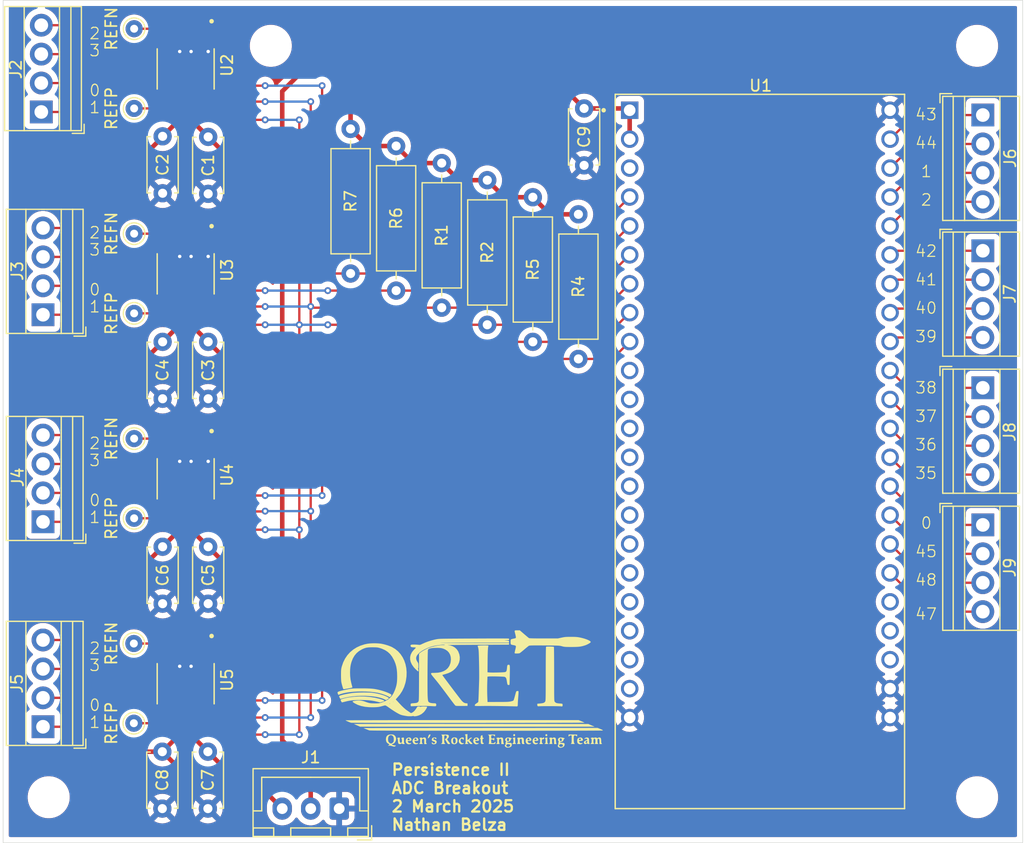
<source format=kicad_pcb>
(kicad_pcb (version 20240108) (generator "pcbnew") (generator_version "8.0")
  (layers (0 "F.Cu" signal) (31 "B.Cu" signal) (34 "B.Paste" user) (35 "F.Paste" user) (36 "B.SilkS" user "B.Silkscreen") (37 "F.SilkS" user "F.Silkscreen") (38 "B.Mask" user) (39 "F.Mask" user) (44 "Edge.Cuts" user))
  (net 0 "")
  (net 1 "+3.3V")
  (net 2 "GND")
  (net 3 "Net-(U1-GPIO6)")
  (net 4 "Net-(U1-GPIO7)")
  (net 5 "Net-(U1-GPIO16)")
  (net 6 "Net-(U1-GPIO15)")
  (net 7 "Net-(U1-GPIO5)")
  (net 8 "Net-(U1-GPIO4)")
  (net 11 "Net-(J6-Pin_1)")
  (net 13 "Net-(J6-Pin_4)")
  (net 14 "Net-(J6-Pin_2)")
  (net 15 "Net-(J6-Pin_3)")
  (net 21 "Net-(J7-Pin_2)")
  (net 22 "Net-(J7-Pin_1)")
  (net 26 "Net-(J7-Pin_3)")
  (net 29 "Net-(J7-Pin_4)")
  (net 31 "Net-(J8-Pin_2)")
  (net 34 "Net-(J8-Pin_1)")
  (net 35 "Net-(J8-Pin_4)")
  (net 36 "Net-(J8-Pin_3)")
  (net 37 "Net-(U4-REFP)")
  (net 38 "Net-(U4-REFN)")
  (net 39 "Net-(U5-REFP)")
  (net 40 "Net-(U5-REFN)")
  (net 41 "Net-(U2-REFP)")
  (net 42 "Net-(U2-REFN)")
  (net 43 "Net-(U3-REFP)")
  (net 44 "Net-(U3-REFN)")
  (net 45 "+5V")
  (net 46 "Net-(J2-Pin_3)")
  (net 47 "Net-(J2-Pin_1)")
  (net 48 "Net-(J2-Pin_2)")
  (net 49 "Net-(J2-Pin_4)")
  (net 50 "Net-(J3-Pin_2)")
  (net 51 "Net-(J3-Pin_1)")
  (net 52 "Net-(J3-Pin_4)")
  (net 53 "Net-(J3-Pin_3)")
  (net 54 "Net-(J4-Pin_3)")
  (net 55 "Net-(J4-Pin_1)")
  (net 56 "Net-(J4-Pin_2)")
  (net 57 "Net-(J4-Pin_4)")
  (net 58 "Net-(J5-Pin_2)")
  (net 59 "Net-(J5-Pin_4)")
  (net 60 "Net-(J5-Pin_1)")
  (net 61 "Net-(J5-Pin_3)")
  (net 62 "Net-(J9-Pin_4)")
  (net 63 "Net-(J9-Pin_2)")
  (net 64 "Net-(J9-Pin_3)")
  (net 65 "Net-(J9-Pin_1)")
  (footprint "ADS112C04IPWR:SOP65P640X120-16N" (layer "F.Cu") (at 116.023897 54.029842 -90)
    (property "Reference" "U2")
    (property "Value" "~" (hide yes))
  )
  (footprint "TestPoint:TestPoint_THTPad_D1.5mm_Drill0.7mm" (layer "F.Cu") (at 111.5 75.5 90)
    (property "Reference" "REFP")
    (property "Value" "TestPoint_Small" (hide yes))
  )
  (footprint "Capacitor_THT:C_Disc_D4.7mm_W2.5mm_P5.00mm" (layer "F.Cu") (at 114 59.95 -90)
    (property "Reference" "C2")
    (property "Value" "0.1μF" (hide yes))
  )
  (footprint "Capacitor_THT:C_Disc_D4.7mm_W2.5mm_P5.00mm" (layer "F.Cu") (at 118 96 -90)
    (property "Reference" "C5")
    (property "Value" "0.1μF" (hide yes))
  )
  (footprint "TerminalBlock:TerminalBlock_Xinya_XY308-2.54-4P_1x04_P2.54mm_Horizontal" (layer "F.Cu") (at 186 82.04 -90)
    (property "Reference" "J8")
    (property "Value" "Screw_Terminal_01x04" (hide yes))
  )
  (footprint "TestPoint:TestPoint_THTPad_D1.5mm_Drill0.7mm" (layer "F.Cu") (at 111.475 104.5 90)
    (property "Reference" "REFN")
    (property "Value" "TestPoint_Small" (hide yes))
  )
  (footprint "Capacitor_THT:C_Disc_D4.7mm_W2.5mm_P5.00mm" (layer "F.Cu") (at 151 62.5 90)
    (property "Reference" "C9")
    (property "Value" "0.1μF" (hide yes))
  )
  (footprint "TestPoint:TestPoint_THTPad_D1.5mm_Drill0.7mm" (layer "F.Cu") (at 111.5 50.5 90)
    (property "Reference" "REFN")
    (property "Value" "TestPoint_Small" (hide yes))
  )
  (footprint "TerminalBlock:TerminalBlock_Xinya_XY308-2.54-4P_1x04_P2.54mm_Horizontal" (layer "F.Cu") (at 103.35 57.81 90)
    (property "Reference" "J2")
    (property "Value" "Screw_Terminal_01x04" (hide yes))
  )
  (footprint "ADS112C04IPWR:SOP65P640X120-16N" (layer "F.Cu") (at 116.023897 72.029842 -90)
    (property "Reference" "U3")
    (property "Value" "~" (hide yes))
  )
  (footprint "TestPoint:TestPoint_THTPad_D1.5mm_Drill0.7mm" (layer "F.Cu") (at 111.5 86.5 90)
    (property "Reference" "REFN")
    (property "Value" "TestPoint_Small" (hide yes))
  )
  (footprint "TestPoint:TestPoint_THTPad_D1.5mm_Drill0.7mm" (layer "F.Cu") (at 111.5 68.5 90)
    (property "Reference" "REFN")
    (property "Value" "TestPoint_Small" (hide yes))
  )
  (footprint "Resistor_THT:R_Axial_DIN0309_L9.0mm_D3.2mm_P12.70mm_Horizontal" (layer "F.Cu") (at 138.5 62.3 -90)
    (property "Reference" "R1")
    (property "Value" "4.7kΩ" (hide yes))
  )
  (footprint "TerminalBlock:TerminalBlock_Xinya_XY308-2.54-4P_1x04_P2.54mm_Horizontal" (layer "F.Cu") (at 103.5 111.81 90)
    (property "Reference" "J5")
    (property "Value" "Screw_Terminal_01x04" (hide yes))
  )
  (footprint "TestPoint:TestPoint_THTPad_D1.5mm_Drill0.7mm" (layer "F.Cu") (at 111.475 111.5 90)
    (property "Reference" "REFP")
    (property "Value" "TestPoint_Small" (hide yes))
  )
  (footprint "Resistor_THT:R_Axial_DIN0309_L9.0mm_D3.2mm_P12.70mm_Horizontal" (layer "F.Cu") (at 130.5 59.3 -90)
    (property "Reference" "R7")
    (property "Value" "4.7kΩ" (hide yes))
  )
  (footprint "TestPoint:TestPoint_THTPad_D1.5mm_Drill0.7mm" (layer "F.Cu") (at 111.5 57.5 90)
    (property "Reference" "REFP")
    (property "Value" "TestPoint_Small" (hide yes))
  )
  (footprint "ESP32-S3-DEVKITC-1-N8R2:XCVR_ESP32-S3-DEVKITC-1-N8R2" (layer "F.Cu") (at 166.43 87.63)
    (property "Reference" "U1")
    (property "Value" "ESP32-S3-DEVKITC-1-N8R2")
  )
  (footprint "Capacitor_THT:C_Disc_D4.7mm_W2.5mm_P5.00mm" (layer "F.Cu") (at 117.975 114 -90)
    (property "Reference" "C7")
    (property "Value" "0.1μF" (hide yes))
  )
  (footprint "Capacitor_THT:C_Disc_D4.7mm_W2.5mm_P5.00mm" (layer "F.Cu") (at 114 78 -90)
    (property "Reference" "C4")
    (property "Value" "0.1μF" (hide yes))
  )
  (footprint "TerminalBlock:TerminalBlock_Xinya_XY308-2.54-4P_1x04_P2.54mm_Horizontal" (layer "F.Cu") (at 186 70 -90)
    (property "Reference" "J7")
    (property "Value" "Screw_Terminal_01x04" (hide yes))
  )
  (footprint "TerminalBlock:TerminalBlock_Xinya_XY308-2.54-4P_1x04_P2.54mm_Horizontal" (layer "F.Cu") (at 103.5 75.62 90)
    (property "Reference" "J3")
    (property "Value" "Screw_Terminal_01x04" (hide yes))
  )
  (footprint "MountingHole:MountingHole_3.2mm_M3_DIN965" (layer "F.Cu") (at 185.5 52)
    (property "Reference" "H1" (hide yes))
    (property "Value" "MountingHole" (hide yes))
  )
  (footprint "Capacitor_THT:C_Disc_D4.7mm_W2.5mm_P5.00mm" (layer "F.Cu") (at 114 96 -90)
    (property "Reference" "C6")
    (property "Value" "0.1μF" (hide yes))
  )
  (footprint "Resistor_THT:R_Axial_DIN0309_L9.0mm_D3.2mm_P12.70mm_Horizontal" (layer "F.Cu") (at 150.5 66.8 -90)
    (property "Reference" "R4")
    (property "Value" "4.7kΩ" (hide yes))
  )
  (footprint "Resistor_THT:R_Axial_DIN0309_L9.0mm_D3.2mm_P12.70mm_Horizontal" (layer "F.Cu") (at 142.5 63.8 -90)
    (property "Reference" "R2")
    (property "Value" "4.7kΩ" (hide yes))
  )
  (footprint "MountingHole:MountingHole_3.2mm_M3_DIN965" (layer "F.Cu") (at 123.5 52)
    (property "Reference" "H1" (hide yes))
    (property "Value" "MountingHole" (hide yes))
  )
  (footprint "TestPoint:TestPoint_THTPad_D1.5mm_Drill0.7mm" (layer "F.Cu") (at 111.5 93.5 90)
    (property "Reference" "REFP")
    (property "Value" "TestPoint_Small" (hide yes))
  )
  (footprint "Resistor_THT:R_Axial_DIN0309_L9.0mm_D3.2mm_P12.70mm_Horizontal" (layer "F.Cu") (at 134.5 60.8 -90)
    (property "Reference" "R6")
    (property "Value" "4.7kΩ" (hide yes))
  )
  (footprint "Capacitor_THT:C_Disc_D4.7mm_W2.5mm_P5.00mm" (layer "F.Cu") (at 113.975 114 -90)
    (property "Reference" "C8")
    (property "Value" "0.1μF" (hide yes))
  )
  (footprint "ADS112C04IPWR:SOP65P640X120-16N" (layer "F.Cu") (at 116.023897 90.029842 -90)
    (property "Reference" "U4")
    (property "Value" "~" (hide yes))
  )
  (footprint "TerminalBlock:TerminalBlock_Xinya_XY308-2.54-4P_1x04_P2.54mm_Horizontal" (layer "F.Cu") (at 103.5 93.81 90)
    (property "Reference" "J4")
    (property "Value" "Screw_Terminal_01x04" (hide yes))
  )
  (footprint "MountingHole:MountingHole_3.2mm_M3_DIN965" (layer "F.Cu") (at 104 118)
    (property "Reference" "H1" (hide yes))
    (property "Value" "MountingHole" (hide yes))
  )
  (footprint "Capacitor_THT:C_Disc_D4.7mm_W2.5mm_P5.00mm" (layer "F.Cu") (at 118 78 -90)
    (property "Reference" "C3")
    (property "Value" "0.1μF" (hide yes))
  )
  (footprint "Capacitor_THT:C_Disc_D4.7mm_W2.5mm_P5.00mm" (layer "F.Cu") (at 118 60 -90)
    (property "Reference" "C1")
    (property "Value" "0.1μF" (hide yes))
  )
  (footprint "Resistor_THT:R_Axial_DIN0309_L9.0mm_D3.2mm_P12.70mm_Horizontal" (layer "F.Cu") (at 146.5 65.3 -90)
    (property "Reference" "R5")
    (property "Value" "4.7kΩ" (hide yes))
  )
  (footprint "TerminalBlock:TerminalBlock_Xinya_XY308-2.54-4P_1x04_P2.54mm_Horizontal" (layer "F.Cu") (at 186 58.08 -90)
    (property "Reference" "J6")
    (property "Value" "Screw_Terminal_01x04" (hide yes))
  )
  (footprint "TerminalBlock:TerminalBlock_Xinya_XY308-2.54-4P_1x04_P2.54mm_Horizontal" (layer "F.Cu") (at 186 94.08 -90)
    (property "Reference" "J9")
    (property "Value" "Screw_Terminal_01x04" (hide yes))
  )
  (footprint "ADS112C04IPWR:SOP65P640X120-16N" (layer "F.Cu") (at 116.023897 108.029842 -90)
    (property "Reference" "U5")
    (property "Value" "~" (hide yes))
  )
  (footprint "Connector_JST:JST_XH_B3B-XH-A_1x03_P2.50mm_Vertical" (layer "F.Cu") (at 129.5 119 180)
    (property "Reference" "J1")
    (property "Value" "Screw_Terminal_01x03" (hide yes))
  )
  (footprint "LOGO" (layer "F.Cu") (at 140.170526 109.112293)
    (property "Reference" "G***" (hide yes))
    (property "Value" "LOGO" (hide yes))
  )
  (footprint "MountingHole:MountingHole_3.2mm_M3_DIN965" (layer "F.Cu") (at 185.5 118)
    (property "Reference" "H1" (hide yes))
    (property "Value" "MountingHole" (hide yes))
  )
  (gr_rect (start 100 48) (end 189.5 122) (stroke (width 0.05)) (fill none) (layer "Edge.Cuts"))
  (gr_text "3" (at 107.5 70.5 0) (layer "F.SilkS") (effects (font (size 1 1) (thickness 0.1)) (justify left bottom)))
  (gr_text "0" (at 107.5 74 0) (layer "F.SilkS") (effects (font (size 1 1) (thickness 0.1)) (justify left bottom)))
  (gr_text "36" (at 180 87.62 0) (layer "F.SilkS") (effects (font (size 1 1) (thickness 0.1)) (justify left bottom)))
  (gr_text "2" (at 107.5 87.5 0) (layer "F.SilkS") (effects (font (size 1 1) (thickness 0.1)) (justify left bottom)))
  (gr_text "2" (at 107.5 69 0) (layer "F.SilkS") (effects (font (size 1 1) (thickness 0.1)) (justify left bottom)))
  (gr_text "2" (at 107.5 51.5 0) (layer "F.SilkS") (effects (font (size 1 1) (thickness 0.1)) (justify left bottom)))
  (gr_text "3" (at 107.5 53 0) (layer "F.SilkS") (effects (font (size 1 1) (thickness 0.1)) (justify left bottom)))
  (gr_text "1" (at 107.5 58 0) (layer "F.SilkS") (effects (font (size 1 1) (thickness 0.1)) (justify left bottom)))
  (gr_text "1" (at 107.5 94 0) (layer "F.SilkS") (effects (font (size 1 1) (thickness 0.1)) (justify left bottom)))
  (gr_text "3" (at 107.5 107 0) (layer "F.SilkS") (effects (font (size 1 1) (thickness 0.1)) (justify left bottom)))
  (gr_text "42" (at 180 70.62 0) (layer "F.SilkS") (effects (font (size 1 1) (thickness 0.1)) (justify left bottom)))
  (gr_text "0" (at 180.5 94.5 0) (layer "F.SilkS") (effects (font (size 1 1) (thickness 0.1)) (justify left bottom)))
  (gr_text "37" (at 180 85.12 0) (layer "F.SilkS") (effects (font (size 1 1) (thickness 0.1)) (justify left bottom)))
  (gr_text "40" (at 180 75.62 0) (layer "F.SilkS") (effects (font (size 1 1) (thickness 0.1)) (justify left bottom)))
  (gr_text "1" (at 107.5 75.5 0) (layer "F.SilkS") (effects (font (size 1 1) (thickness 0.1)) (justify left bottom)))
  (gr_text "0" (at 107.5 110.5 0) (layer "F.SilkS") (effects (font (size 1 1) (thickness 0.1)) (justify left bottom)))
  (gr_text "Persistence II\nADC Breakout\n2 March 2025\nNathan Belza" (at 134 121 0) (layer "F.SilkS") (effects (font (size 1 1) (thickness 0.2) (bold yes)) (justify left bottom)))
  (gr_text "45" (at 180 97 0) (layer "F.SilkS") (effects (font (size 1 1) (thickness 0.1)) (justify left bottom)))
  (gr_text "44" (at 180 61.12 0) (layer "F.SilkS") (effects (font (size 1 1) (thickness 0.1)) (justify left bottom)))
  (gr_text "39" (at 180 78.12 0) (layer "F.SilkS") (effects (font (size 1 1) (thickness 0.1)) (justify left bottom)))
  (gr_text "47" (at 180 102.5 0) (layer "F.SilkS") (effects (font (size 1 1) (thickness 0.1)) (justify left bottom)))
  (gr_text "35" (at 180 90.12 0) (layer "F.SilkS") (effects (font (size 1 1) (thickness 0.1)) (justify left bottom)))
  (gr_text "48" (at 180 99.5 0) (layer "F.SilkS") (effects (font (size 1 1) (thickness 0.1)) (justify left bottom)))
  (gr_text "1" (at 107.5 112 0) (layer "F.SilkS") (effects (font (size 1 1) (thickness 0.1)) (justify left bottom)))
  (gr_text "43" (at 180 58.62 0) (layer "F.SilkS") (effects (font (size 1 1) (thickness 0.1)) (justify left bottom)))
  (gr_text "2" (at 107.5 105.5 0) (layer "F.SilkS") (effects (font (size 1 1) (thickness 0.1)) (justify left bottom)))
  (gr_text "41" (at 180 73.12 0) (layer "F.SilkS") (effects (font (size 1 1) (thickness 0.1)) (justify left bottom)))
  (gr_text "0" (at 107.5 56.5 0) (layer "F.SilkS") (effects (font (size 1 1) (thickness 0.1)) (justify left bottom)))
  (gr_text "1" (at 180.5 63.62 0) (layer "F.SilkS") (effects (font (size 1 1) (thickness 0.1)) (justify left bottom)))
  (gr_text "38" (at 180 82.62 0) (layer "F.SilkS") (effects (font (size 1 1) (thickness 0.1)) (justify left bottom)))
  (gr_text "3" (at 107.5 89 0) (layer "F.SilkS") (effects (font (size 1 1) (thickness 0.1)) (justify left bottom)))
  (gr_text "2" (at 180.5 66.12 0) (layer "F.SilkS") (effects (font (size 1 1) (thickness 0.1)) (justify left bottom)))
  (gr_text "0" (at 107.5 92.5 0) (layer "F.SilkS") (effects (font (size 1 1) (thickness 0.1)) (justify left bottom)))
  (segment (start 117.1 88.1) (end 117.1 88.9) (width 0.2) (layer "F.Cu") (net 1))
  (segment (start 116.325 107.675) (end 116.325 110.87) (width 0.2) (layer "F.Cu") (net 1))
  (segment (start 122.5 97) (end 119 97) (width 0.4) (layer "F.Cu") (net 1))
  (segment (start 127 115.5) (end 127 117.5) (width 0.4) (layer "F.Cu") (net 1))
  (segment (start 116.998897 87.159842) (end 116.998897 87.998897) (width 0.2) (layer "F.Cu") (net 1))
  (segment (start 116.348897 76.348897) (end 118 78) (width 0.4) (layer "F.Cu") (net 1))
  (segment (start 122.5 61) (end 124.5 63) (width 0.4) (layer "F.Cu") (net 1))
  (segment (start 147.5 54) (end 151 57.5) (width 0.4) (layer "F.Cu") (net 1))
  (segment (start 154.84 57.5) (end 155 57.66) (width 0.2) (layer "F.Cu") (net 1))
  (segment (start 124.5 81) (end 122.5 79) (width 0.4) (layer "F.Cu") (net 1))
  (segment (start 126.5 54) (end 128.5 54) (width 0.4) (layer "F.Cu") (net 1))
  (segment (start 118.975 115) (end 124.5 115) (width 0.4) (layer "F.Cu") (net 1))
  (segment (start 150.5 66.8) (end 148 66.8) (width 0.4) (layer "F.Cu") (net 1))
  (segment (start 116.325 112.35) (end 117.975 114) (width 0.4) (layer "F.Cu") (net 1))
  (segment (start 130.5 56) (end 128.5 54) (width 0.4) (layer "F.Cu") (net 1))
  (segment (start 155 57.66) (end 155 60.2) (width 0.4) (layer "F.Cu") (net 1))
  (segment (start 117.1 88.9) (end 116.348897 89.651103) (width 0.2) (layer "F.Cu") (net 1))
  (segment (start 130.5 59.3) (end 130.5 56) (width 0.4) (layer "F.Cu") (net 1))
  (segment (start 140 63.8) (end 138.5 62.3) (width 0.4) (layer "F.Cu") (net 1))
  (segment (start 116.348897 58.348897) (end 118 60) (width 0.4) (layer "F.Cu") (net 1))
  (segment (start 124.5 81) (end 124.5 63) (width 0.4) (layer "F.Cu") (net 1))
  (segment (start 124.5 97) (end 124.5 95) (width 0.4) (layer "F.Cu") (net 1))
  (segment (start 138.5 62.3) (end 136 62.3) (width 0.4) (layer "F.Cu") (net 1))
  (segment (start 132 60.8) (end 130.5 59.3) (width 0.4) (layer "F.Cu") (net 1))
  (segment (start 128.5 54) (end 147.5 54) (width 0.4) (layer "F.Cu") (net 1))
  (segment (start 116.975 105.13) (end 116.975 105.975) (width 0.2) (layer "F.Cu") (net 1))
  (segment (start 118.298897 69.159842) (end 118.6 69.460945) (width 0.2) (layer "F.Cu") (net 1))
  (segment (start 126.5 54) (end 124.5 56) (width 0.4) (layer "F.Cu") (net 1))
  (segment (start 118.275 105.13) (end 117.625 105.13) (width 0.2) (layer "F.Cu") (net 1))
  (segment (start 124.5 99) (end 124.5 113) (width 0.4) (layer "F.Cu") (net 1))
  (segment (start 119 97) (end 118 96) (width 0.4) (layer "F.Cu") (net 1))
  (segment (start 116.348897 89.651103) (end 116.348897 92.899842) (width 0.2) (layer "F.Cu") (net 1))
  (segment (start 116.348897 94.348897) (end 118 96) (width 0.4) (layer "F.Cu") (net 1))
  (segment (start 146.5 65.3) (end 144 65.3) (width 0.4) (layer "F.Cu") (net 1))
  (segment (start 142.5 63.8) (end 140 63.8) (width 0.4) (layer "F.Cu") (net 1))
  (segment (start 116.348897 74.899842) (end 116.348897 76.348897) (width 0.4) (layer "F.Cu") (net 1))
  (segment (start 119 79) (end 118 78) (width 0.4) (layer "F.Cu") (net 1))
  (segment (start 148 66.8) (end 146.5 65.3) (width 0.4) (layer "F.Cu") (net 1))
  (segment (start 124.5 63) (end 124.5 56) (width 0.4) (layer "F.Cu") (net 1))
  (segment (start 124.5 99) (end 122.5 97) (width 0.4) (layer "F.Cu") (net 1))
  (segment (start 116.348897 56.899842) (end 116.348897 58.348897) (width 0.4) (layer "F.Cu") (net 1))
  (segment (start 116.348897 71.651103) (end 116.348897 73) (width 0.2) (layer "F.Cu") (net 1))
  (segment (start 122.5 79) (end 119 79) (width 0.4) (layer "F.Cu") (net 1))
  (segment (start 151.16 57.66) (end 151 57.5) (width 0.2) (layer "F.Cu") (net 1))
  (segment (start 116.998897 51.998897) (end 117 52) (width 0.2) (layer "F.Cu") (net 1))
  (segment (start 118.6 69.460945) (end 118.6 70.748897) (width 0.2) (layer "F.Cu") (net 1))
  (segment (start 124.5 113) (end 127 115.5) (width 0.4) (layer "F.Cu") (net 1))
  (segment (start 144 65.3) (end 142.5 63.8) (width 0.4) (layer "F.Cu") (net 1))
  (segment (start 117.1 106.1) (end 117.1 106.9) (width 0.2) (layer "F.Cu") (net 1))
  (segment (start 116.998897 51.159842) (end 116.998897 51.998897) (width 0.2) (layer "F.Cu") (net 1))
  (segment (start 116.348897 53.651103) (end 116.348897 56.899842) (width 0.2) (layer "F.Cu") (net 1))
  (segment (start 117.1 52.9) (end 116.348897 53.651103) (width 0.2) (layer "F.Cu") (net 1))
  (segment (start 136 62.3) (end 134.5 60.8) (width 0.4) (layer "F.Cu") (net 1))
  (segment (start 116.325 110.87) (end 116.325 112.35) (width 0.4) (layer "F.Cu") (net 1))
  (segment (start 118 60) (end 119 61) (width 0.4) (layer "F.Cu") (net 1))
  (segment (start 124.5 115) (end 127 117.5) (width 0.4) (layer "F.Cu") (net 1))
  (segment (start 116.998897 51.998897) (end 117.1 52.1) (width 0.2) (layer "F.Cu") (net 1))
  (segment (start 151 57.5) (end 154.84 57.5) (width 0.4) (layer "F.Cu") (net 1))
  (segment (start 117.1 70.9) (end 116.348897 71.651103) (width 0.2) (layer "F.Cu") (net 1))
  (segment (start 117.1 52.1) (end 117.1 52.9) (width 0.2) (layer "F.Cu") (net 1))
  (segment (start 116.348897 73) (end 116.348897 74.899842) (width 0.2) (layer "F.Cu") (net 1))
  (segment (start 117.1 106.9) (end 116.325 107.675) (width 0.2) (layer "F.Cu") (net 1))
  (segment (start 116.998897 69.998897) (end 117.1 70.1) (width 0.2) (layer "F.Cu") (net 1))
  (segment (start 117.975 114) (end 118.975 115) (width 0.4) (layer "F.Cu") (net 1))
  (segment (start 127 117.5) (end 127 119) (width 0.4) (layer "F.Cu") (net 1))
  (segment (start 118.170001 113.5) (end 118.475 113.5) (width 0.2) (layer "F.Cu") (net 1))
  (segment (start 116.348897 92.899842) (end 116.348897 94.348897) (width 0.4) (layer "F.Cu") (net 1))
  (segment (start 116.975 105.975) (end 117.1 106.1) (width 0.2) (layer "F.Cu") (net 1))
  (segment (start 124.5 95) (end 124.5 81) (width 0.4) (layer "F.Cu") (net 1))
  (segment (start 119 61) (end 122.5 61) (width 0.4) (layer "F.Cu") (net 1))
  (segment (start 124.5 99) (end 124.5 97) (width 0.4) (layer "F.Cu") (net 1))
  (segment (start 118.6 70.748897) (end 116.348897 73) (width 0.2) (layer "F.Cu") (net 1))
  (segment (start 116.998897 69.159842) (end 116.998897 69.998897) (width 0.2) (layer "F.Cu") (net 1))
  (segment (start 117.1 70.1) (end 117.1 70.9) (width 0.2) (layer "F.Cu") (net 1))
  (segment (start 116.998897 87.998897) (end 117.1 88.1) (width 0.2) (layer "F.Cu") (net 1))
  (segment (start 116.998897 87.159842) (end 117.648897 87.159842) (width 0.2) (layer "F.Cu") (net 1))
  (segment (start 117.625 105.13) (end 116.975 105.13) (width 0.2) (layer "F.Cu") (net 1))
  (segment (start 134.5 60.8) (end 132 60.8) (width 0.4) (layer "F.Cu") (net 1))
  (segment (start 118.298897 51.159842) (end 118.298897 52.201103) (width 0.2) (layer "F.Cu") (net 2))
  (segment (start 118.298897 52.201103) (end 118 52.5) (width 0.2) (layer "F.Cu") (net 2))
  (segment (start 115.698897 51.159842) (end 115.698897 52.301103) (width 0.2) (layer "F.Cu") (net 2))
  (segment (start 116.348897 70.348897) (end 116.5 70.5) (width 0.2) (layer "F.Cu") (net 2))
  (segment (start 117.648897 69.159842) (end 117.648897 70.148897) (width 0.2) (layer "F.Cu") (net 2))
  (segment (start 116.325 105.13) (end 116.325 106.325) (width 0.2) (layer "F.Cu") (net 2))
  (segment (start 115.675 106.325) (end 115.5 106.5) (width 0.2) (layer "F.Cu") (net 2))
  (segment (start 115.698897 52.301103) (end 115.5 52.5) (width 0.2) (layer "F.Cu") (net 2))
  (segment (start 116.348897 51.159842) (end 116.348897 52.348897) (width 0.2) (layer "F.Cu") (net 2))
  (segment (start 116.348897 69.159842) (end 116.348897 70.348897) (width 0.2) (layer "F.Cu") (net 2))
  (segment (start 116.348897 88.348897) (end 116.5 88.5) (width 0.2) (layer "F.Cu") (net 2))
  (segment (start 117.648897 70.148897) (end 118 70.5) (width 0.2) (layer "F.Cu") (net 2))
  (segment (start 118.298897 88.201103) (end 118.298897 87.159842) (width 0.2) (layer "F.Cu") (net 2))
  (segment (start 116.348897 52.348897) (end 116.5 52.5) (width 0.2) (layer "F.Cu") (net 2))
  (segment (start 115.698897 88.301103) (end 115.5 88.5) (width 0.2) (layer "F.Cu") (net 2))
  (segment (start 115.698897 87.159842) (end 115.698897 88.301103) (width 0.2) (layer "F.Cu") (net 2))
  (segment (start 115.698897 69.159842) (end 115.698897 70.301103) (width 0.2) (layer "F.Cu") (net 2))
  (segment (start 115.698897 70.301103) (end 115.5 70.5) (width 0.2) (layer "F.Cu") (net 2))
  (segment (start 116.348897 87.159842) (end 116.348897 88.348897) (width 0.2) (layer "F.Cu") (net 2))
  (segment (start 115.675 105.13) (end 115.675 106.325) (width 0.2) (layer "F.Cu") (net 2))
  (segment (start 118 88.5) (end 118.298897 88.201103) (width 0.2) (layer "F.Cu") (net 2))
  (segment (start 116.325 106.325) (end 116.5 106.5) (width 0.2) (layer "F.Cu") (net 2))
  (segment (start 117.648897 51.159842) (end 118.298897 51.159842) (width 0.2) (layer "F.Cu") (net 2))
  (via (at 115.5 106.5) (size 0.6) (drill 0.3) (layers "F.Cu" "B.Cu") (net 2))
  (via (at 118 88.5) (size 0.6) (drill 0.3) (layers "F.Cu" "B.Cu") (net 2))
  (via (at 118 70.5) (size 0.6) (drill 0.3) (layers "F.Cu" "B.Cu") (net 2))
  (via (at 116.5 70.5) (size 0.6) (drill 0.3) (layers "F.Cu" "B.Cu") (net 2))
  (via (at 116.5 52.5) (size 0.6) (drill 0.3) (layers "F.Cu" "B.Cu") (net 2))
  (via (at 115.5 88.5) (size 0.6) (drill 0.3) (layers "F.Cu" "B.Cu") (net 2))
  (via (at 116.5 88.5) (size 0.6) (drill 0.3) (layers "F.Cu" "B.Cu") (net 2))
  (via (at 115.5 70.5) (size 0.6) (drill 0.3) (layers "F.Cu" "B.Cu") (net 2))
  (via (at 115.5 52.5) (size 0.6) (drill 0.3) (layers "F.Cu" "B.Cu") (net 2))
  (via (at 118 52.5) (size 0.6) (drill 0.3) (layers "F.Cu" "B.Cu") (net 2))
  (via (at 116.5 106.5) (size 0.6) (drill 0.3) (layers "F.Cu" "B.Cu") (net 2))
  (segment (start 138.5 75) (end 127.100158 75) (width 0.2) (layer "F.Cu") (net 3))
  (segment (start 123 74.899842) (end 118.298897 74.899842) (width 0.2) (layer "F.Cu") (net 3))
  (segment (start 118.298897 110.899842) (end 118.399842 110.899842) (width 0.2) (layer "F.Cu") (net 3))
  (segment (start 127 75.5) (end 127 74.899842) (width 0.2) (layer "F.Cu") (net 3))
  (segment (start 127 92.87) (end 127 75.5) (width 0.2) (layer "F.Cu") (net 3))
  (segment (start 127 111) (end 127 92.87) (width 0.2) (layer "F.Cu") (net 3))
  (segment (start 127 74.899842) (end 127 56.899842) (width 0.2) (layer "F.Cu") (net 3))
  (segment (start 150.36 75) (end 155 70.36) (width 0.2) (layer "F.Cu") (net 3))
  (segment (start 118.5 111) (end 123 111) (width 0.2) (layer "F.Cu") (net 3))
  (segment (start 118.399842 110.899842) (end 118.5 111) (width 0.2) (layer "F.Cu") (net 3))
  (segment (start 127.100158 75) (end 127 74.899842) (width 0.2) (layer "F.Cu") (net 3))
  (segment (start 122.970158 92.899842) (end 118.298897 92.899842) (width 0.2) (layer "F.Cu") (net 3))
  (segment (start 123 56.899842) (end 118.298897 56.899842) (width 0.2) (layer "F.Cu") (net 3))
  (segment (start 138.5 75) (end 150.36 75) (width 0.2) (layer "F.Cu") (net 3))
  (segment (start 123 92.87) (end 122.970158 92.899842) (width 0.2) (layer "F.Cu") (net 3))
  (via (at 127 56.899842) (size 0.6) (drill 0.3) (layers "F.Cu" "B.Cu") (net 3))
  (via (at 123 92.87) (size 0.6) (drill 0.3) (layers "F.Cu" "B.Cu") (net 3))
  (via (at 127 111) (size 0.6) (drill 0.3) (layers "F.Cu" "B.Cu") (net 3))
  (via (at 127 74.899842) (size 0.6) (drill 0.3) (layers "F.Cu" "B.Cu") (net 3))
  (via (at 123 74.899842) (size 0.6) (drill 0.3) (layers "F.Cu" "B.Cu") (net 3))
  (via (at 123 56.899842) (size 0.6) (drill 0.3) (layers "F.Cu" "B.Cu") (net 3))
  (via (at 123 111) (size 0.6) (drill 0.3) (layers "F.Cu" "B.Cu") (net 3))
  (via (at 127 92.87) (size 0.6) (drill 0.3) (layers "F.Cu" "B.Cu") (net 3))
  (segment (start 123 111) (end 127 111) (width 0.2) (layer "B.Cu") (net 3))
  (segment (start 123 74.899842) (end 127 74.899842) (width 0.2) (layer "B.Cu") (net 3))
  (segment (start 123 56.899842) (end 127 56.899842) (width 0.2) (layer "B.Cu") (net 3))
  (segment (start 123 92.87) (end 123.13 93) (width 0.2) (layer "B.Cu") (net 3))
  (segment (start 123 92.87) (end 127 92.87) (width 0.2) (layer "B.Cu") (net 3))
  (segment (start 126 94.5) (end 126 76.5) (width 0.2) (layer "F.Cu") (net 4))
  (segment (start 117.648897 93.684841) (end 117.648897 92.899842) (width 0.2) (layer "F.Cu") (net 4))
  (segment (start 142.5 76.5) (end 151.4 76.5) (width 0.2) (layer "F.Cu") (net 4))
  (segment (start 123 76.5) (end 118.464056 76.5) (width 0.2) (layer "F.Cu") (net 4))
  (segment (start 142.5 76.5) (end 128.5 76.5) (width 0.2) (layer "F.Cu") (net 4))
  (segment (start 126 76.5) (end 126 58.5) (width 0.2) (layer "F.Cu") (net 4))
  (segment (start 118.464056 112.5) (end 117.648897 111.684841) (width 0.2) (layer "F.Cu") (net 4))
  (segment (start 117.648897 75.684841) (end 117.648897 74.899842) (width 0.2) (layer "F.Cu") (net 4))
  (segment (start 123 58.5) (end 118.464056 58.5) (width 0.2) (layer "F.Cu") (net 4))
  (segment (start 117.648897 57.684841) (end 117.648897 56.899842) (width 0.2) (layer "F.Cu") (net 4))
  (segment (start 126 112.5) (end 126 94.5) (width 0.2) (layer "F.Cu") (net 4))
  (segment (start 117.648897 111.684841) (end 117.648897 110.899842) (width 0.2) (layer "F.Cu") (net 4))
  (segment (start 118.464056 58.5) (end 117.648897 57.684841) (width 0.2) (layer "F.Cu") (net 4))
  (segment (start 123 94.5) (end 118.464056 94.5) (width 0.2) (layer "F.Cu") (net 4))
  (segment (start 151.4 76.5) (end 155 72.9) (width 0.2) (layer "F.Cu") (net 4))
  (segment (start 118.464056 76.5) (end 117.648897 75.684841) (width 0.2) (layer "F.Cu") (net 4))
  (segment (start 123 112.5) (end 118.464056 112.5) (width 0.2) (layer "F.Cu") (net 4))
  (segment (start 118.464056 94.5) (end 117.648897 93.684841) (width 0.2) (layer "F.Cu") (net 4))
  (via (at 123 112.5) (size 0.6) (drill 0.3) (layers "F.Cu" "B.Cu") (net 4))
  (via (at 126 112.5) (size 0.6) (drill 0.3) (layers "F.Cu" "B.Cu") (net 4))
  (via (at 126 76.5) (size 0.6) (drill 0.3) (layers "F.Cu" "B.Cu") (net 4))
  (via (at 123 94.5) (size 0.6) (drill 0.3) (layers "F.Cu" "B.Cu") (net 4))
  (via (at 126 58.5) (size 0.6) (drill 0.3) (layers "F.Cu" "B.Cu") (net 4))
  (via (at 126 94.5) (size 0.6) (drill 0.3) (layers "F.Cu" "B.Cu") (net 4))
  (via (at 123 76.5) (size 0.6) (drill 0.3) (layers "F.Cu" "B.Cu") (net 4))
  (via (at 128.5 76.5) (size 0.6) (drill 0.3) (layers "F.Cu" "B.Cu") (net 4))
  (via (at 123 58.5) (size 0.6) (drill 0.3) (layers "F.Cu" "B.Cu") (net 4))
  (segment (start 123 58.5) (end 126 58.5) (width 0.2) (layer "B.Cu") (net 4))
  (segment (start 125.5 76.5) (end 128.5 76.5) (width 0.2) (layer "B.Cu") (net 4))
  (segment (start 123 76.5) (end 126 76.5) (width 0.2) (layer "B.Cu") (net 4))
  (segment (start 123 112.5) (end 126 112.5) (width 0.2) (layer "B.Cu") (net 4))
  (segment (start 123 94.5) (end 126 94.5) (width 0.2) (layer "B.Cu") (net 4))
  (segment (start 150.5 79.5) (end 153.48 79.5) (width 0.2) (layer "F.Cu") (net 5))
  (segment (start 129 80.5) (end 130 79.5) (width 0.2) (layer "F.Cu") (net 5))
  (segment (start 128 109.5) (end 128 93.5) (width 0.2) (layer "F.Cu") (net 5))
  (segment (start 130 79.5) (end 150.5 79.5) (width 0.2) (layer "F.Cu") (net 5))
  (segment (start 128 93.5) (end 129 92.5) (width 0.2) (layer "F.Cu") (net 5))
  (segment (start 116.998897 110.001103) (end 116.998897 110.899842) (width 0.2) (layer "F.Cu") (net 5))
  (segment (start 117.5 109.5) (end 116.998897 110.001103) (width 0.2) (layer "F.Cu") (net 5))
  (segment (start 153.48 79.5) (end 155 77.98) (width 0.2) (layer "F.Cu") (net 5))
  (segment (start 129 92.5) (end 129 80.5) (width 0.2) (layer "F.Cu") (net 5))
  (segment (start 123 109.5) (end 117.5 109.5) (width 0.2) (layer "F.Cu") (net 5))
  (via (at 128 109.5) (size 0.6) (drill 0.3) (layers "F.Cu" "B.Cu") (net 5))
  (via (at 123 109.5) (size 0.6) (drill 0.3) (layers "F.Cu" "B.Cu") (net 5))
  (segment (start 123 109.5) (end 128 109.5) (width 0.2) (layer "B.Cu") (net 5))
  (segment (start 116.998897 92.061104) (end 116.998897 92.899842) (width 0.2) (layer "F.Cu") (net 6))
  (segment (start 123 91.5) (end 117.560001 91.5) (width 0.2) (layer "F.Cu") (net 6))
  (segment (start 117.560001 91.5) (end 116.998897 92.061104) (width 0.2) (layer "F.Cu") (net 6))
  (segment (start 146.5 78) (end 152.44 78) (width 0.2) (layer "F.Cu") (net 6))
  (segment (start 152.44 78) (end 155 75.44) (width 0.2) (layer "F.Cu") (net 6))
  (segment (start 128 80) (end 130 78) (width 0.2) (layer "F.Cu") (net 6))
  (segment (start 128 91.5) (end 128 80) (width 0.2) (layer "F.Cu") (net 6))
  (segment (start 130 78) (end 146.5 78) (width 0.2) (layer "F.Cu") (net 6))
  (via (at 128 91.5) (size 0.6) (drill 0.3) (layers "F.Cu" "B.Cu") (net 6))
  (via (at 123 91.5) (size 0.6) (drill 0.3) (layers "F.Cu" "B.Cu") (net 6))
  (segment (start 123 91.5) (end 128 91.5) (width 0.2) (layer "B.Cu") (net 6))
  (segment (start 128.5 73.5) (end 134.5 73.5) (width 0.2) (layer "F.Cu") (net 7))
  (segment (start 117.61374 73.5) (end 116.998897 74.114843) (width 0.2) (layer "F.Cu") (net 7))
  (segment (start 134.5 73.5) (end 149.32 73.5) (width 0.2) (layer "F.Cu") (net 7))
  (segment (start 149.32 73.5) (end 155 67.82) (width 0.2) (layer "F.Cu") (net 7))
  (segment (start 116.998897 74.114843) (end 116.998897 74.899842) (width 0.2) (layer "F.Cu") (net 7))
  (segment (start 123 73.5) (end 117.61374 73.5) (width 0.2) (layer "F.Cu") (net 7))
  (via (at 123 73.5) (size 0.6) (drill 0.3) (layers "F.Cu" "B.Cu") (net 7))
  (via (at 128.5 73.5) (size 0.6) (drill 0.3) (layers "F.Cu" "B.Cu") (net 7))
  (segment (start 123 73.5) (end 128.5 73.5) (width 0.2) (layer "B.Cu") (net 7))
  (segment (start 129 72) (end 130.5 72) (width 0.2) (layer "F.Cu") (net 8))
  (segment (start 128 55.5) (end 128 71) (width 0.2) (layer "F.Cu") (net 8))
  (segment (start 116.998897 56.114843) (end 117.61374 55.5) (width 0.2) (layer "F.Cu") (net 8))
  (segment (start 130.5 72) (end 148.28 72) (width 0.2) (layer "F.Cu") (net 8))
  (segment (start 129 72) (end 128 71) (width 0.2) (layer "F.Cu") (net 8))
  (segment (start 117.61374 55.5) (end 123 55.5) (width 0.2) (layer "F.Cu") (net 8))
  (segment (start 148.28 72) (end 155 65.28) (width 0.2) (layer "F.Cu") (net 8))
  (segment (start 116.998897 56.899842) (end 116.998897 56.114843) (width 0.2) (layer "F.Cu") (net 8))
  (via (at 123 55.5) (size 0.6) (drill 0.3) (layers "F.Cu" "B.Cu") (net 8))
  (via (at 128 55.5) (size 0.6) (drill 0.3) (layers "F.Cu" "B.Cu") (net 8))
  (segment (start 123 55.5) (end 128 55.5) (width 0.2) (layer "B.Cu") (net 8))
  (segment (start 186 58.08) (end 179.98 58.08) (width 0.2) (layer "F.Cu") (net 11))
  (segment (start 179.98 58.08) (end 177.86 60.2) (width 0.2) (layer "F.Cu") (net 11))
  (segment (start 186 65.7) (end 179.98 65.7) (width 0.2) (layer "F.Cu") (net 13))
  (segment (start 179.98 65.7) (end 177.86 67.82) (width 0.2) (layer "F.Cu") (net 13))
  (segment (start 179.98 60.62) (end 177.86 62.74) (width 0.2) (layer "F.Cu") (net 14))
  (segment (start 186 60.62) (end 179.98 60.62) (width 0.2) (layer "F.Cu") (net 14))
  (segment (start 186 63.16) (end 179.98 63.16) (width 0.2) (layer "F.Cu") (net 15))
  (segment (start 179.98 63.16) (end 177.86 65.28) (width 0.2) (layer "F.Cu") (net 15))
  (segment (start 186 75.08) (end 178.22 75.08) (width 0.2) (layer "F.Cu") (net 21))
  (segment (start 178.22 75.08) (end 177.86 75.44) (width 0.2) (layer "F.Cu") (net 21))
  (segment (start 186 77.62) (end 178.22 77.62) (width 0.2) (layer "F.Cu") (net 22))
  (segment (start 178.22 77.62) (end 177.86 77.98) (width 0.2) (layer "F.Cu") (net 22))
  (segment (start 178.22 72.54) (end 177.86 72.9) (width 0.2) (layer "F.Cu") (net 26))
  (segment (start 186 72.54) (end 178.22 72.54) (width 0.2) (layer "F.Cu") (net 26))
  (segment (start 178.22 70) (end 177.86 70.36) (width 0.2) (layer "F.Cu") (net 29))
  (segment (start 186 70) (end 178.22 70) (width 0.2) (layer "F.Cu") (net 29))
  (segment (start 179.38 87.12) (end 177.86 85.6) (width 0.2) (layer "F.Cu") (net 31))
  (segment (start 186 87.12) (end 179.38 87.12) (width 0.2) (layer "F.Cu") (net 31))
  (segment (start 186 89.66) (end 179.38 89.66) (width 0.2) (layer "F.Cu") (net 34))
  (segment (start 179.38 89.66) (end 177.86 88.14) (width 0.2) (layer "F.Cu") (net 34))
  (segment (start 179.38 82.04) (end 177.86 80.52) (width 0.2) (layer "F.Cu") (net 35))
  (segment (start 186 82.04) (end 179.38 82.04) (width 0.2) (layer "F.Cu") (net 35))
  (segment (start 186 84.58) (end 179.38 84.58) (width 0.2) (layer "F.Cu") (net 36))
  (segment (start 179.38 84.58) (end 177.86 83.06) (width 0.2) (layer "F.Cu") (net 36))
  (segment (start 113.148739 93.5) (end 111.5 93.5) (width 0.2) (layer "F.Cu") (net 37))
  (segment (start 113.748897 92.899842) (end 113.148739 93.5) (width 0.2) (layer "F.Cu") (net 37))
  (segment (start 113.089055 86.5) (end 111.5 86.5) (width 0.2) (layer "F.Cu") (net 38))
  (segment (start 113.748897 87.159842) (end 113.089055 86.5) (width 0.2) (layer "F.Cu") (net 38))
  (segment (start 113.095 111.5) (end 113.725 110.87) (width 0.2) (layer "F.Cu") (net 39))
  (segment (start 111.475 111.5) (end 113.095 111.5) (width 0.2) (layer "F.Cu") (net 39))
  (segment (start 111.475 104.5) (end 113.095 104.5) (width 0.2) (layer "F.Cu") (net 40))
  (segment (start 113.095 104.5) (end 113.725 105.13) (width 0.2) (layer "F.Cu") (net 40))
  (segment (start 113.748897 56.899842) (end 113.148739 57.5) (width 0.2) (layer "F.Cu") (net 41))
  (segment (start 113.148739 57.5) (end 111.5 57.5) (width 0.2) (layer "F.Cu") (net 41))
  (segment (start 113.089055 50.5) (end 111.5 50.5) (width 0.2) (layer "F.Cu") (net 42))
  (segment (start 113.748897 51.159842) (end 113.089055 50.5) (width 0.2) (layer "F.Cu") (net 42))
  (segment (start 113.748897 74.899842) (end 113.148739 75.5) (width 0.2) (layer "F.Cu") (net 43))
  (segment (start 113.148739 75.5) (end 111.5 75.5) (width 0.2) (layer "F.Cu") (net 43))
  (segment (start 113.748897 69.159842) (end 113.089055 68.5) (width 0.2) (layer "F.Cu") (net 44))
  (segment (start 113.089055 68.5) (end 111.5 68.5) (width 0.2) (layer "F.Cu") (net 44))
  (segment (start 115.698897 58.251103) (end 114 59.95) (width 0.4) (layer "F.Cu") (net 45))
  (segment (start 113 79) (end 104.5 79) (width 0.4) (layer "F.Cu") (net 45))
  (segment (start 115.698897 76.301103) (end 114 78) (width 0.4) (layer "F.Cu") (net 45))
  (segment (start 115.675 110.87) (end 115.675 112.3) (width 0.4) (layer "F.Cu") (net 45))
  (segment (start 104.5 61) (end 102.5 63) (width 0.4) (layer "F.Cu") (net 45))
  (segment (start 116.475 116.5) (end 122 116.5) (width 0.4) (layer "F.Cu") (net 45))
  (segment (start 101 82.5) (end 101 100.5) (width 0.4) (layer "F.Cu") (net 45))
  (segment (start 122 116.5) (end 124.5 119) (width 0.4) (layer "F.Cu") (net 45))
  (segment (start 113 97) (end 104.5 97) (width 0.4) (layer "F.Cu") (net 45))
  (segment (start 115.698897 94.301103) (end 114 96) (width 0.4) (layer "F.Cu") (net 45))
  (segment (start 113.975 114) (end 102.25 114) (width 0.4) (layer "F.Cu") (net 45))
  (segment (start 104.5 79) (end 101 82.5) (width 0.4) (layer "F.Cu") (net 45))
  (segment (start 114 59.95) (end 114 60) (width 0.4) (layer "F.Cu") (net 45))
  (segment (start 102.25 114) (end 101 112.75) (width 0.4) (layer "F.Cu") (net 45))
  (segment (start 113 61) (end 104.5 61) (width 0.4) (layer "F.Cu") (net 45))
  (segment (start 115.698897 92.899842) (end 115.698897 94.301103) (width 0.4) (layer "F.Cu") (net 45))
  (segment (start 115.675 112.3) (end 113.975 114) (width 0.4) (layer "F.Cu") (net 45))
  (segment (start 101 64.5) (end 101 82.5) (width 0.4) (layer "F.Cu") (net 45))
  (segment (start 114 96) (end 113 97) (width 0.4) (layer "F.Cu") (net 45))
  (segment (start 115.698897 56.899842) (end 115.698897 58.251103) (width 0.4) (layer "F.Cu") (net 45))
  (segment (start 113.975 114) (end 116.475 116.5) (width 0.4) (layer "F.Cu") (net 45))
  (segment (start 114 60) (end 113 61) (width 0.4) (layer "F.Cu") (net 45))
  (segment (start 104.5 97) (end 101 100.5) (width 0.4) (layer "F.Cu") (net 45))
  (segment (start 115.698897 74.899842) (end 115.698897 76.301103) (width 0.4) (layer "F.Cu") (net 45))
  (segment (start 101 112.75) (end 101 100.5) (width 0.4) (layer "F.Cu") (net 45))
  (segment (start 114 78) (end 113 79) (width 0.4) (layer "F.Cu") (net 45))
  (segment (start 102.5 63) (end 101 64.5) (width 0.4) (layer "F.Cu") (net 45))
  (segment (start 109.5 52.5) (end 107.19 50.19) (width 0.2) (layer "F.Cu") (net 46))
  (segment (start 114.398897 51.944841) (end 113.843738 52.5) (width 0.2) (layer "F.Cu") (net 46))
  (segment (start 107.19 50.19) (end 103.35 50.19) (width 0.2) (layer "F.Cu") (net 46))
  (segment (start 114.398897 51.159842) (end 114.398897 51.944841) (width 0.2) (layer "F.Cu") (net 46))
  (segment (start 113.843738 52.5) (end 109.5 52.5) (width 0.2) (layer "F.Cu") (net 46))
  (segment (start 113.434054 54.5) (end 107.5 54.5) (width 0.2) (layer "F.Cu") (net 47))
  (segment (start 106.73 55.27) (end 103.35 55.27) (width 0.2) (layer "F.Cu") (net 47))
  (segment (start 115.048897 56.114843) (end 113.434054 54.5) (width 0.2) (layer "F.Cu") (net 47))
  (segment (start 107.5 54.5) (end 106.73 55.27) (width 0.2) (layer "F.Cu") (net 47))
  (segment (start 115.048897 56.899842) (end 115.048897 56.114843) (width 0.2) (layer "F.Cu") (net 47))
  (segment (start 114.398897 56.899842) (end 114.398897 56.114843) (width 0.2) (layer "F.Cu") (net 48))
  (segment (start 113.784054 55.5) (end 110 55.5) (width 0.2) (layer "F.Cu") (net 48))
  (segment (start 110 55.5) (end 107.69 57.81) (width 0.2) (layer "F.Cu") (net 48))
  (segment (start 114.398897 56.114843) (end 113.784054 55.5) (width 0.2) (layer "F.Cu") (net 48))
  (segment (start 107.69 57.81) (end 103.35 57.81) (width 0.2) (layer "F.Cu") (net 48))
  (segment (start 113.493738 53.5) (end 108 53.5) (width 0.2) (layer "F.Cu") (net 49))
  (segment (start 108 53.5) (end 107.23 52.73) (width 0.2) (layer "F.Cu") (net 49))
  (segment (start 115.048897 51.944841) (end 113.493738 53.5) (width 0.2) (layer "F.Cu") (net 49))
  (segment (start 107.23 52.73) (end 103.35 52.73) (width 0.2) (layer "F.Cu") (net 49))
  (segment (start 115.048897 51.159842) (end 115.048897 51.944841) (width 0.2) (layer "F.Cu") (net 49))
  (segment (start 113.784054 73.5) (end 110 73.5) (width 0.2) (layer "F.Cu") (net 50))
  (segment (start 114.398897 74.114843) (end 113.784054 73.5) (width 0.2) (layer "F.Cu") (net 50))
  (segment (start 107.88 75.62) (end 103.5 75.62) (width 0.2) (layer "F.Cu") (net 50))
  (segment (start 114.398897 74.899842) (end 114.398897 74.114843) (width 0.2) (layer "F.Cu") (net 50))
  (segment (start 110 73.5) (end 107.88 75.62) (width 0.2) (layer "F.Cu") (net 50))
  (segment (start 115.048897 74.899842) (end 115.048897 74.114843) (width 0.2) (layer "F.Cu") (net 51))
  (segment (start 113.434054 72.5) (end 107.5 72.5) (width 0.2) (layer "F.Cu") (net 51))
  (segment (start 107.5 72.5) (end 106.92 73.08) (width 0.2) (layer "F.Cu") (net 51))
  (segment (start 106.92 73.08) (end 103.5 73.08) (width 0.2) (layer "F.Cu") (net 51))
  (segment (start 115.048897 74.114843) (end 113.434054 72.5) (width 0.2) (layer "F.Cu") (net 51))
  (segment (start 103.5 70.54) (end 106.54 70.54) (width 0.2) (layer "F.Cu") (net 52))
  (segment (start 113.493738 71.5) (end 107.5 71.5) (width 0.2) (layer "F.Cu") (net 52))
  (segment (start 106.54 70.54) (end 107.5 71.5) (width 0.2) (layer "F.Cu") (net 52))
  (segment (start 115.048897 69.159842) (end 115.048897 69.944841) (width 0.2) (layer "F.Cu") (net 52))
  (segment (start 115.048897 69.944841) (end 113.493738 71.5) (width 0.2) (layer "F.Cu") (net 52))
  (segment (start 110 70.5) (end 107.5 68) (width 0.2) (layer "F.Cu") (net 53))
  (segment (start 114.398897 69.159842) (end 114.398897 69.895506) (width 0.2) (layer "F.Cu") (net 53))
  (segment (start 113.794403 70.5) (end 110 70.5) (width 0.2) (layer "F.Cu") (net 53))
  (segment (start 107.5 68) (end 103.5 68) (width 0.2) (layer "F.Cu") (net 53))
  (segment (start 114.398897 69.895506) (end 113.794403 70.5) (width 0.2) (layer "F.Cu") (net 53))
  (segment (start 114.398897 87.944841) (end 113.843738 88.5) (width 0.2) (layer "F.Cu") (net 54))
  (segment (start 107.19 86.19) (end 103.5 86.19) (width 0.2) (layer "F.Cu") (net 54))
  (segment (start 113.843738 88.5) (end 109.5 88.5) (width 0.2) (layer "F.Cu") (net 54))
  (segment (start 109.5 88.5) (end 107.19 86.19) (width 0.2) (layer "F.Cu") (net 54))
  (segment (start 114.398897 87.159842) (end 114.398897 87.944841) (width 0.2) (layer "F.Cu") (net 54))
  (segment (start 115.048897 92.114843) (end 113.434054 90.5) (width 0.2) (layer "F.Cu") (net 55))
  (segment (start 115.048897 92.899842) (end 115.048897 92.114843) (width 0.2) (layer "F.Cu") (net 55))
  (segment (start 107.5 90.5) (end 106.73 91.27) (width 0.2) (layer "F.Cu") (net 55))
  (segment (start 113.434054 90.5) (end 107.5 90.5) (width 0.2) (layer "F.Cu") (net 55))
  (segment (start 106.73 91.27) (end 103.5 91.27) (width 0.2) (layer "F.Cu") (net 55))
  (segment (start 114.398897 92.899842) (end 114.398897 92.114843) (width 0.2) (layer "F.Cu") (net 56))
  (segment (start 107.69 93.81) (end 103.5 93.81) (width 0.2) (layer "F.Cu") (net 56))
  (segment (start 109.685158 91.814842) (end 107.69 93.81) (width 0.2) (layer "F.Cu") (net 56))
  (segment (start 114.398897 92.114843) (end 114.098896 91.814842) (width 0.2) (layer "F.Cu") (net 56))
  (segment (start 114.098896 91.814842) (end 109.685158 91.814842) (width 0.2) (layer "F.Cu") (net 56))
  (segment (start 106.73 88.73) (end 103.5 88.73) (width 0.2) (layer "F.Cu") (net 57))
  (segment (start 107.5 89.5) (end 106.73 88.73) (width 0.2) (layer "F.Cu") (net 57))
  (segment (start 115.048897 87.159842) (end 115.048897 88.102574) (width 0.2) (layer "F.Cu") (net 57))
  (segment (start 113.651471 89.5) (end 107.5 89.5) (width 0.2) (layer "F.Cu") (net 57))
  (segment (start 115.048897 88.102574) (end 113.651471 89.5) (width 0.2) (layer "F.Cu") (net 57))
  (segment (start 109.975 109.5) (end 113.789999 109.5) (width 0.2) (layer "F.Cu") (net 58))
  (segment (start 107.665 111.81) (end 103.5 111.81) (width 0.2) (layer "F.Cu") (net 58))
  (segment (start 109.975 109.5) (end 107.665 111.81) (width 0.2) (layer "F.Cu") (net 58))
  (segment (start 113.789999 109.5) (end 114.375 110.085001) (width 0.2) (layer "F.Cu") (net 58))
  (segment (start 114.375 110.085001) (end 114.375 110.87) (width 0.2) (layer "F.Cu") (net 58))
  (segment (start 115.048897 105.159842) (end 115.048897 105.944841) (width 0.2) (layer "F.Cu") (net 59))
  (segment (start 113.493738 107.5) (end 107.975 107.5) (width 0.2) (layer "F.Cu") (net 59))
  (segment (start 107.205 106.73) (end 103.5 106.73) (width 0.2) (layer "F.Cu") (net 59))
  (segment (start 115.048897 105.944841) (end 113.493738 107.5) (width 0.2) (layer "F.Cu") (net 59))
  (segment (start 107.975 107.5) (end 107.205 106.73) (width 0.2) (layer "F.Cu") (net 59))
  (segment (start 113.439999 108.5) (end 115.025 110.085001) (width 0.2) (layer "F.Cu") (net 60))
  (segment (start 107.205 109.27) (end 103.5 109.27) (width 0.2) (layer "F.Cu") (net 60))
  (segment (start 115.025 110.085001) (end 115.025 110.87) (width 0.2) (layer "F.Cu") (net 60))
  (segment (start 107.975 108.5) (end 107.205 109.27) (width 0.2) (layer "F.Cu") (net 60))
  (segment (start 107.975 108.5) (end 113.439999 108.5) (width 0.2) (layer "F.Cu") (net 60))
  (segment (start 109.975 106.5) (end 107.665 104.19) (width 0.2) (layer "F.Cu") (net 61))
  (segment (start 114.375 105.13) (end 114.375 105.914999) (width 0.2) (layer "F.Cu") (net 61))
  (segment (start 114.398897 105.159842) (end 114.398897 105.944841) (width 0.2) (layer "F.Cu") (net 61))
  (segment (start 113.843738 106.5) (end 109.975 106.5) (width 0.2) (layer "F.Cu") (net 61))
  (segment (start 107.665 104.19) (end 103.5 104.19) (width 0.2) (layer "F.Cu") (net 61))
  (segment (start 114.398897 105.944841) (end 113.843738 106.5) (width 0.2) (layer "F.Cu") (net 61))
  (segment (start 186 101.7) (end 181.26 101.7) (width 0.2) (layer "F.Cu") (net 62))
  (segment (start 181.26 101.7) (end 177.86 98.3) (width 0.2) (layer "F.Cu") (net 62))
  (segment (start 186 96.62) (end 181.26 96.62) (width 0.2) (layer "F.Cu") (net 63))
  (segment (start 181.26 96.62) (end 177.86 93.22) (width 0.2) (layer "F.Cu") (net 63))
  (segment (start 181.26 99.16) (end 177.86 95.76) (width 0.2) (layer "F.Cu") (net 64))
  (segment (start 186 99.16) (end 181.26 99.16) (width 0.2) (layer "F.Cu") (net 64))
  (segment (start 181.26 94.08) (end 177.86 90.68) (width 0.2) (layer "F.Cu") (net 65))
  (segment (start 186 94.08) (end 181.26 94.08) (width 0.2) (layer "F.Cu") (net 65))
  (zone (net 2) (net_name "GND") (layers "F&B.Cu") (name "GND Plane") (connect_pads (clearance 0.5)) (min_thickness 0.25) (fill yes (thermal_gap 0.5) (thermal_bridge_width 0.5))
    (polygon (pts (xy 100.5 121.5) (xy 189 121.5) (xy 189 48.5) (xy 100.5 48.5)))
  )
)
</source>
